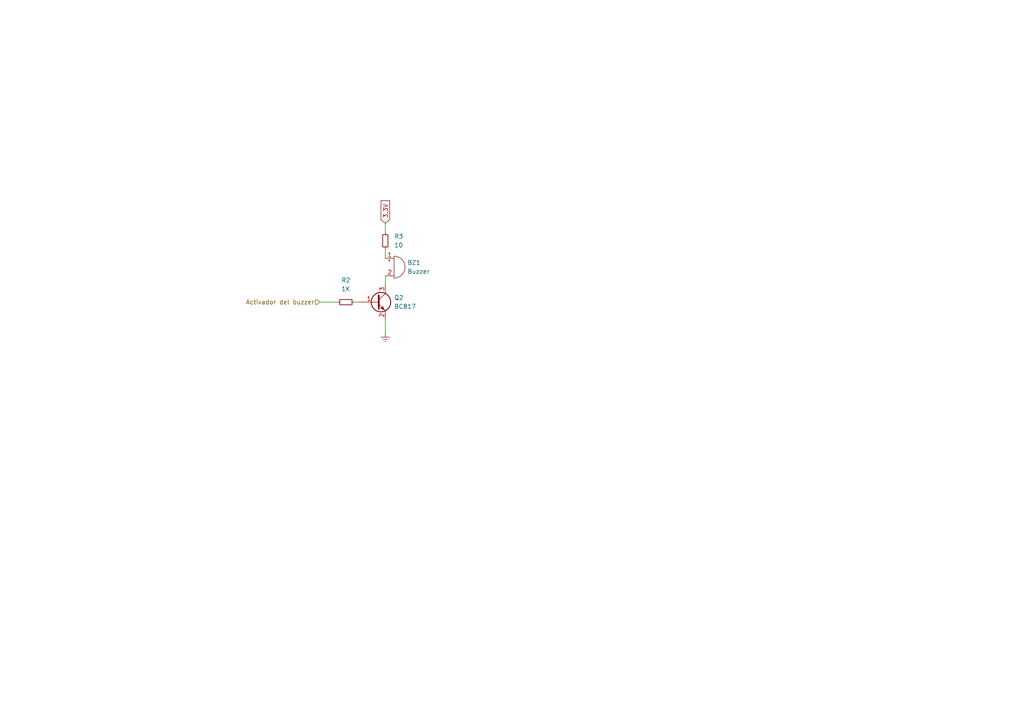
<source format=kicad_sch>
(kicad_sch (version 20230121) (generator eeschema)
  (paper "A4")
  (lib_symbols
    (symbol "Device:Buzzer" (pin_names (offset 0.0254) hide)
      (property "Reference" "BZ" (at 3.81 1.27 0))
      (property "Value" "Buzzer" (at 3.81 -1.27 0))
      (symbol "Buzzer_0_1"
        (arc (start 0 -3.175) (mid 3.1612 0) (end 0 3.175))
        (polyline (pts (xy -1.651 1.905) (xy -1.143 1.905)))
        (polyline (pts (xy -1.397 2.159) (xy -1.397 1.651)))
        (polyline (pts (xy 0 3.175) (xy 0 -3.175)))
      )
      (symbol "Buzzer_1_1"
        (pin passive line (at -2.54 2.54 0) (length 2.54) (name "-") (number "1"))
        (pin passive line (at -2.54 -2.54 0) (length 2.54) (name "+") (number "2"))
      )
    )
    (symbol "Device:R_Small" (pin_numbers hide) (pin_names (offset 0.254) hide)
      (property "Reference" "R" (at 0.762 0.508 0))
      (property "Value" "R_Small" (at 0.762 -1.016 0))
      (symbol "R_Small_0_1"
        (rectangle (start -0.762 1.778) (end 0.762 -1.778) (stroke (width 0.2032)))
      )
      (symbol "R_Small_1_1"
        (pin passive line (at 0 2.54 270) (length 0.762) (name "~") (number "1"))
        (pin passive line (at 0 -2.54 90) (length 0.762) (name "~") (number "2"))
      )
    )
    (symbol "Transistor_BJT:BC817" (pin_names (offset 0) hide)
      (property "Reference" "Q" (at 5.08 1.905 0))
      (property "Value" "BC817" (at 5.08 0 0))
      (symbol "BC817_0_1"
        (polyline (pts (xy 0.635 0.635) (xy 2.54 2.54)))
        (polyline (pts (xy 0.635 -0.635) (xy 2.54 -2.54) (xy 2.54 -2.54)))
        (polyline (pts (xy 0.635 1.905) (xy 0.635 -1.905) (xy 0.635 -1.905)) (stroke (width 0.508)))
        (polyline (pts (xy 1.27 -1.778) (xy 1.778 -1.27) (xy 2.286 -2.286) (xy 1.27 -1.778) (xy 1.27 -1.778)) (fill (type outline)))
        (circle (center 1.27 0) (radius 2.8194) (stroke (width 0.254)))
      )
      (symbol "BC817_1_1"
        (pin input line (at -5.08 0 0) (length 5.715) (name "B") (number "1"))
        (pin passive line (at 2.54 -5.08 90) (length 2.54) (name "E") (number "2"))
        (pin passive line (at 2.54 5.08 270) (length 2.54) (name "C") (number "3"))
      )
    )
    (symbol "power:Earth" (power) (pin_names (offset 0))
      (symbol "Earth_0_1"
        (polyline (pts (xy -0.635 -1.905) (xy 0.635 -1.905)))
        (polyline (pts (xy -0.127 -2.54) (xy 0.127 -2.54)))
        (polyline (pts (xy 0 -1.27) (xy 0 0)))
        (polyline (pts (xy 1.27 -1.27) (xy -1.27 -1.27)))
      )
      (symbol "Earth_1_1"
        (pin power_in line (at 0 0 270) (length 0) hide (name "Earth") (number "1"))
      )
    )
  )
  (wire (pts (xy 102.87 87.63) (xy 104.14 87.63)))
  (wire (pts (xy 111.76 92.71) (xy 111.76 96.52)))
  (wire (pts (xy 111.76 64.77) (xy 111.76 67.31)))
  (wire (pts (xy 111.76 72.39) (xy 111.76 74.93)))
  (wire (pts (xy 111.76 80.01) (xy 111.76 82.55)))
  (wire (pts (xy 92.71 87.63) (xy 97.79 87.63)))
  (global_label "3.3V" (shape input) (at 111.76 64.77 90) (property "Intersheetrefs" "${INTERSHEET_REFS}" (effects hide)))
  (hierarchical_label "Activador del buzzer" (shape input) (at 92.71 87.63 180))
  (symbol (lib_id "Transistor_BJT:BC817") (at 109.22 87.63 0) (unit 1)
    (property "Reference" "Q2" (at 114.3 86.3599 0) (effects (justify left)))
    (property "Value" "BC817" (at 114.3 88.8999 0) (effects (justify left)))
    (property "Footprint" "Package_TO_SOT_SMD:SOT-23" (effects hide))
    (property "Datasheet" "https://www.onsemi.com/pub/Collateral/BC818-D.pdf" (effects hide))
  )
  (symbol (lib_id "power:Earth") (at 111.76 96.52 0) (unit 1)
    (property "Reference" "#PWR06" (effects hide))
    (property "Value" "Earth" (effects hide))
  )
  (symbol (lib_id "Device:R_Small") (at 111.76 69.85 0) (unit 1)
    (property "Reference" "R3" (at 114.3 68.5799 0) (effects (justify left)))
    (property "Value" "10" (at 114.3 71.1199 0) (effects (justify left)))
    (property "Footprint" "Resistor_SMD:R_0201_0603Metric" (effects hide))
    (instances (project "KISS" (path "" (reference "R3") (unit 1))) (project "KISS_V2" (path "" (reference "R4") (unit 1))))
  )
  (symbol (lib_id "Device:R_Small") (at 100.33 87.63 90) (unit 1)
    (property "Reference" "R2" (at 100.33 81.28 90))
    (property "Value" "1K" (at 100.33 83.82 90))
    (property "Footprint" "Resistor_SMD:R_0201_0603Metric" (effects hide))
    (instances (project "KISS" (path "" (reference "R2") (unit 1))) (project "KISS_V2" (path "" (reference "R3") (unit 1))))
  )
  (symbol (lib_id "Device:Buzzer") (at 114.3 77.47 0) (unit 1)
    (property "Reference" "BZ1" (at 118.11 76.1999 0) (effects (justify left)))
    (property "Value" "Buzzer" (at 118.11 78.7399 0) (effects (justify left)))
    (property "Footprint" "Buzzer_Beeper:Buzzer_12x9.5RM7.6" (effects hide))
  )
)
</source>
